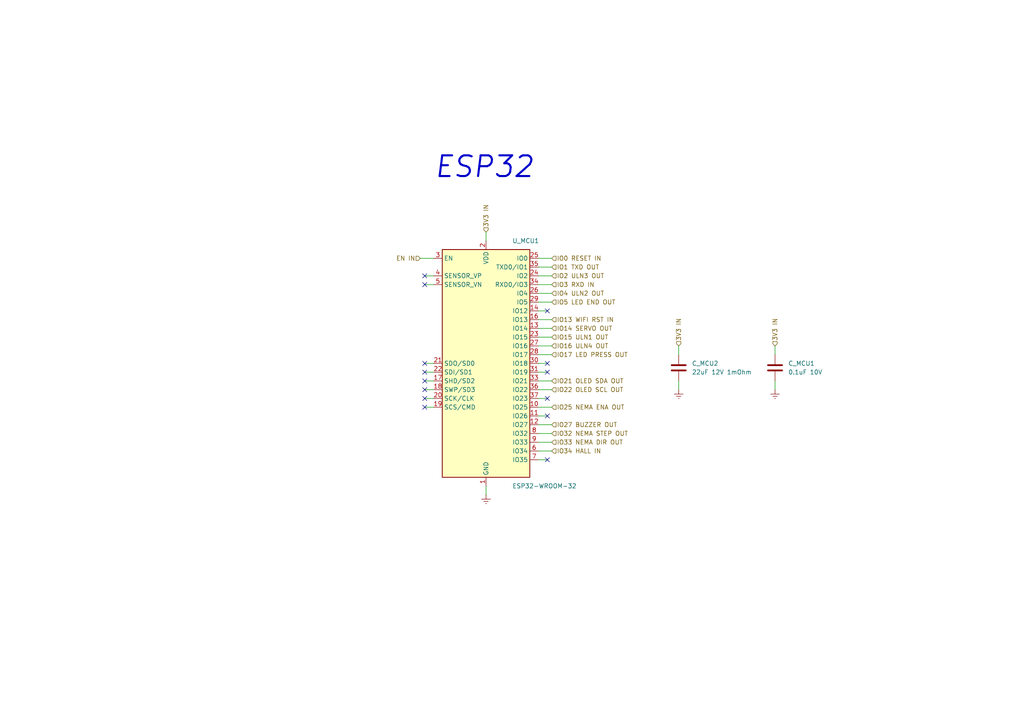
<source format=kicad_sch>
(kicad_sch (version 20211123) (generator eeschema)
  (paper "A4")
  (lib_symbols
    (symbol "Device:C" (pin_numbers hide) (pin_names (offset 0.254))
      (property "Reference" "C" (at 0.635 2.54 0))
      (property "Value" "C" (at 0.635 -2.54 0))
      (symbol "C_0_1"
        (polyline (pts (xy -2.032 -0.762) (xy 2.032 -0.762)) (stroke (width 0.508)))
        (polyline (pts (xy -2.032 0.762) (xy 2.032 0.762)) (stroke (width 0.508)))
      )
      (symbol "C_1_1"
        (pin passive line (at 0 3.81 270) (length 2.794) (name "~") (number "1"))
        (pin passive line (at 0 -3.81 90) (length 2.794) (name "~") (number "2"))
      )
    )
    (symbol "RF_Module:ESP32-WROOM-32"
      (property "Reference" "U" (at -12.7 34.29 0))
      (property "Value" "ESP32-WROOM-32" (at 1.27 34.29 0))
      (symbol "ESP32-WROOM-32_0_1"
        (rectangle (start -12.7 33.02) (end 12.7 -33.02) (stroke (width 0.254)) (fill (type background)))
      )
      (symbol "ESP32-WROOM-32_1_1"
        (pin power_in line (at 0 -35.56 90) (length 2.54) (name "GND") (number "1"))
        (pin bidirectional line (at 15.24 -12.7 180) (length 2.54) (name "IO25") (number "10"))
        (pin bidirectional line (at 15.24 -15.24 180) (length 2.54) (name "IO26") (number "11"))
        (pin bidirectional line (at 15.24 -17.78 180) (length 2.54) (name "IO27") (number "12"))
        (pin bidirectional line (at 15.24 10.16 180) (length 2.54) (name "IO14") (number "13"))
        (pin bidirectional line (at 15.24 15.24 180) (length 2.54) (name "IO12") (number "14"))
        (pin passive line (at 0 -35.56 90) (length 2.54) hide (name "GND") (number "15"))
        (pin bidirectional line (at 15.24 12.7 180) (length 2.54) (name "IO13") (number "16"))
        (pin bidirectional line (at -15.24 -5.08 0) (length 2.54) (name "SHD/SD2") (number "17"))
        (pin bidirectional line (at -15.24 -7.62 0) (length 2.54) (name "SWP/SD3") (number "18"))
        (pin bidirectional line (at -15.24 -12.7 0) (length 2.54) (name "SCS/CMD") (number "19"))
        (pin power_in line (at 0 35.56 270) (length 2.54) (name "VDD") (number "2"))
        (pin bidirectional line (at -15.24 -10.16 0) (length 2.54) (name "SCK/CLK") (number "20"))
        (pin bidirectional line (at -15.24 0 0) (length 2.54) (name "SDO/SD0") (number "21"))
        (pin bidirectional line (at -15.24 -2.54 0) (length 2.54) (name "SDI/SD1") (number "22"))
        (pin bidirectional line (at 15.24 7.62 180) (length 2.54) (name "IO15") (number "23"))
        (pin bidirectional line (at 15.24 25.4 180) (length 2.54) (name "IO2") (number "24"))
        (pin bidirectional line (at 15.24 30.48 180) (length 2.54) (name "IO0") (number "25"))
        (pin bidirectional line (at 15.24 20.32 180) (length 2.54) (name "IO4") (number "26"))
        (pin bidirectional line (at 15.24 5.08 180) (length 2.54) (name "IO16") (number "27"))
        (pin bidirectional line (at 15.24 2.54 180) (length 2.54) (name "IO17") (number "28"))
        (pin bidirectional line (at 15.24 17.78 180) (length 2.54) (name "IO5") (number "29"))
        (pin input line (at -15.24 30.48 0) (length 2.54) (name "EN") (number "3"))
        (pin bidirectional line (at 15.24 0 180) (length 2.54) (name "IO18") (number "30"))
        (pin bidirectional line (at 15.24 -2.54 180) (length 2.54) (name "IO19") (number "31"))
        (pin no_connect line (at -12.7 -27.94 0) (length 2.54) hide (name "NC") (number "32"))
        (pin bidirectional line (at 15.24 -5.08 180) (length 2.54) (name "IO21") (number "33"))
        (pin bidirectional line (at 15.24 22.86 180) (length 2.54) (name "RXD0/IO3") (number "34"))
        (pin bidirectional line (at 15.24 27.94 180) (length 2.54) (name "TXD0/IO1") (number "35"))
        (pin bidirectional line (at 15.24 -7.62 180) (length 2.54) (name "IO22") (number "36"))
        (pin bidirectional line (at 15.24 -10.16 180) (length 2.54) (name "IO23") (number "37"))
        (pin passive line (at 0 -35.56 90) (length 2.54) hide (name "GND") (number "38"))
        (pin passive line (at 0 -35.56 90) (length 2.54) hide (name "GND") (number "39"))
        (pin input line (at -15.24 25.4 0) (length 2.54) (name "SENSOR_VP") (number "4"))
        (pin input line (at -15.24 22.86 0) (length 2.54) (name "SENSOR_VN") (number "5"))
        (pin input line (at 15.24 -25.4 180) (length 2.54) (name "IO34") (number "6"))
        (pin input line (at 15.24 -27.94 180) (length 2.54) (name "IO35") (number "7"))
        (pin bidirectional line (at 15.24 -20.32 180) (length 2.54) (name "IO32") (number "8"))
        (pin bidirectional line (at 15.24 -22.86 180) (length 2.54) (name "IO33") (number "9"))
      )
    )
    (symbol "power:GNDREF" (power) (pin_names (offset 0))
      (property "Value" "GNDREF" (at 0 -3.81 0))
      (symbol "GNDREF_0_1"
        (polyline (pts (xy -0.635 -1.905) (xy 0.635 -1.905)))
        (polyline (pts (xy -0.127 -2.54) (xy 0.127 -2.54)))
        (polyline (pts (xy 0 -1.27) (xy 0 0)))
        (polyline (pts (xy 1.27 -1.27) (xy -1.27 -1.27)))
      )
      (symbol "GNDREF_1_1"
        (pin power_in line (at 0 0 270) (length 0) hide (name "GNDREF") (number "1"))
      )
    )
  )
  (no_connect (at 123.19 115.57))
  (no_connect (at 158.75 90.17))
  (no_connect (at 158.75 133.35))
  (no_connect (at 123.19 110.49))
  (no_connect (at 158.75 120.65))
  (no_connect (at 123.19 82.55))
  (no_connect (at 158.75 107.95))
  (no_connect (at 158.75 105.41))
  (no_connect (at 123.19 118.11))
  (no_connect (at 123.19 113.03))
  (no_connect (at 123.19 80.01))
  (no_connect (at 123.19 107.95))
  (no_connect (at 158.75 115.57))
  (no_connect (at 123.19 105.41))
  (wire (pts (xy 160.02 92.71) (xy 156.21 92.71)))
  (wire (pts (xy 158.75 90.17) (xy 156.21 90.17)))
  (wire (pts (xy 160.02 77.47) (xy 156.21 77.47)))
  (wire (pts (xy 196.85 100.33) (xy 196.85 102.87)))
  (wire (pts (xy 160.02 85.09) (xy 156.21 85.09)))
  (wire (pts (xy 160.02 80.01) (xy 156.21 80.01)))
  (wire (pts (xy 123.19 115.57) (xy 125.73 115.57)))
  (wire (pts (xy 158.75 115.57) (xy 156.21 115.57)))
  (wire (pts (xy 123.19 82.55) (xy 125.73 82.55)))
  (wire (pts (xy 160.02 128.27) (xy 156.21 128.27)))
  (wire (pts (xy 123.19 80.01) (xy 125.73 80.01)))
  (wire (pts (xy 160.02 87.63) (xy 156.21 87.63)))
  (wire (pts (xy 123.19 105.41) (xy 125.73 105.41)))
  (wire (pts (xy 158.75 105.41) (xy 156.21 105.41)))
  (wire (pts (xy 140.97 143.51) (xy 140.97 140.97)))
  (wire (pts (xy 121.92 74.93) (xy 125.73 74.93)))
  (wire (pts (xy 160.02 130.81) (xy 156.21 130.81)))
  (wire (pts (xy 196.85 110.49) (xy 196.85 113.03)))
  (wire (pts (xy 160.02 97.79) (xy 156.21 97.79)))
  (wire (pts (xy 160.02 100.33) (xy 156.21 100.33)))
  (wire (pts (xy 123.19 113.03) (xy 125.73 113.03)))
  (wire (pts (xy 140.97 67.31) (xy 140.97 69.85)))
  (wire (pts (xy 156.21 123.19) (xy 160.02 123.19)))
  (wire (pts (xy 160.02 82.55) (xy 156.21 82.55)))
  (wire (pts (xy 160.02 113.03) (xy 156.21 113.03)))
  (wire (pts (xy 160.02 125.73) (xy 156.21 125.73)))
  (wire (pts (xy 123.19 118.11) (xy 125.73 118.11)))
  (wire (pts (xy 158.75 120.65) (xy 156.21 120.65)))
  (wire (pts (xy 224.79 100.33) (xy 224.79 102.87)))
  (wire (pts (xy 160.02 95.25) (xy 156.21 95.25)))
  (wire (pts (xy 224.79 110.49) (xy 224.79 113.03)))
  (wire (pts (xy 160.02 102.87) (xy 156.21 102.87)))
  (wire (pts (xy 123.19 107.95) (xy 125.73 107.95)))
  (wire (pts (xy 158.75 107.95) (xy 156.21 107.95)))
  (wire (pts (xy 160.02 118.11) (xy 156.21 118.11)))
  (wire (pts (xy 160.02 74.93) (xy 156.21 74.93)))
  (wire (pts (xy 158.75 133.35) (xy 156.21 133.35)))
  (wire (pts (xy 123.19 110.49) (xy 125.73 110.49)))
  (wire (pts (xy 160.02 110.49) (xy 156.21 110.49)))
  (text "ESP32" (at 125.73 52.07 0) (effects (font (size 6 6) (thickness 0.6) bold italic) (justify left bottom)))
  (hierarchical_label "IO21 OLED SDA OUT" (shape input) (at 160.02 110.49 0))
  (hierarchical_label "IO16 ULN4 OUT" (shape input) (at 160.02 100.33 0))
  (hierarchical_label "IO34 HALL IN" (shape input) (at 160.02 130.81 0))
  (hierarchical_label "IO32 NEMA STEP OUT" (shape input) (at 160.02 125.73 0))
  (hierarchical_label "IO13 WIFI RST IN" (shape input) (at 160.02 92.71 0))
  (hierarchical_label "IO5 LED END OUT" (shape input) (at 160.02 87.63 0))
  (hierarchical_label "IO27 BUZZER OUT" (shape input) (at 160.02 123.19 0))
  (hierarchical_label "IO3 RXD IN" (shape input) (at 160.02 82.55 0))
  (hierarchical_label "IO14 SERVO OUT" (shape input) (at 160.02 95.25 0))
  (hierarchical_label "IO25 NEMA ENA OUT" (shape input) (at 160.02 118.11 0))
  (hierarchical_label "IO1 TXD OUT" (shape input) (at 160.02 77.47 0))
  (hierarchical_label "IO17 LED PRESS OUT" (shape input) (at 160.02 102.87 0))
  (hierarchical_label "IO4 ULN2 OUT" (shape input) (at 160.02 85.09 0))
  (hierarchical_label "3V3 IN" (shape input) (at 196.85 100.33 90))
  (hierarchical_label "IO33 NEMA DIR OUT" (shape input) (at 160.02 128.27 0))
  (hierarchical_label "IO15 ULN1 OUT" (shape input) (at 160.02 97.79 0))
  (hierarchical_label "EN IN" (shape input) (at 121.92 74.93 180))
  (hierarchical_label "3V3 IN" (shape input) (at 224.79 100.33 90))
  (hierarchical_label "IO2 ULN3 OUT" (shape input) (at 160.02 80.01 0))
  (hierarchical_label "IO22 OLED SCL OUT" (shape input) (at 160.02 113.03 0))
  (hierarchical_label "IO0 RESET IN" (shape input) (at 160.02 74.93 0))
  (hierarchical_label "3V3 IN" (shape input) (at 140.97 67.31 90))
  (symbol (lib_id "power:GNDREF") (at 140.97 143.51 0) (unit 1)
    (property "Reference" "#PWR0103" (effects hide))
    (property "Value" "GNDREF" (effects hide))
  )
  (symbol (lib_id "power:GNDREF") (at 224.79 113.03 0) (unit 1)
    (property "Reference" "#PWR0112" (effects hide))
    (property "Value" "GNDREF" (effects hide))
  )
  (symbol (lib_id "power:GNDREF") (at 196.85 113.03 0) (unit 1)
    (property "Reference" "#PWR0157" (effects hide))
    (property "Value" "GNDREF" (effects hide))
  )
  (symbol (lib_id "Device:C") (at 196.85 106.68 180) (unit 1)
    (property "Reference" "C_MCU2" (at 200.66 105.41 0) (effects (justify right)))
    (property "Value" "22uF 12V 1mOhm" (at 200.66 107.95 0) (effects (justify right)))
    (property "Footprint" "Capacitor_SMD:C_0603_1608Metric_Pad1.08x0.95mm_HandSolder" (effects hide))
    (property "Datasheet" "https://br.mouser.com/datasheet/2/585/MLCC-1837944.pdf" (effects hide))
    (property "#" "CL10A226MO7JZNC" (effects hide))
    (property "Description" "Decouple" (effects hide))
    (property "Group" "MCU" (effects hide))
    (property "Obs" "wes" (effects hide))
    (property "Mouser" "OK" (effects hide))
  )
  (symbol (lib_id "Device:C") (at 224.79 106.68 0) (unit 1)
    (property "Reference" "C_MCU1" (at 228.6 105.41 0) (effects (justify left)))
    (property "Value" "0.1uF 10V" (at 228.6 107.95 0) (effects (justify left)))
    (property "Footprint" "Capacitor_SMD:C_0603_1608Metric_Pad1.08x0.95mm_HandSolder" (effects hide))
    (property "Datasheet" "https://product.tdk.com/system/files/dam/doc/product/capacitor/ceramic/mlcc/catalog/mlcc_automotive_general_en.pdf?ref_disty=mouser" (effects hide))
    (property "#" "CGA3E2X7R1H104K080AA" (effects hide))
    (property "Description" "Decouple" (effects hide))
    (property "Group" "MCU" (effects hide))
    (property "Mouser" "OK" (effects hide))
  )
  (symbol (lib_id "RF_Module:ESP32-WROOM-32") (at 140.97 105.41 0) (unit 1)
    (property "Reference" "U_MCU1" (at 148.59 69.85 0) (effects (justify left)))
    (property "Value" "ESP32-WROOM-32" (at 148.59 140.97 0) (effects (justify left)))
    (property "Footprint" "RF_Module:ESP32-WROOM-32" (effects hide))
    (property "Datasheet" "https://br.mouser.com/datasheet/2/891/esp32_wroom_32d_esp32_wroom_32u_datasheet_en-1365844.pdf" (effects hide))
    (property "#" "ESP32-WROOM-32D-N4" (effects hide))
    (property "Description" "ESP32" (effects hide))
    (property "Group" "MCU" (effects hide))
    (property "Mouser" "OK" (effects hide))
  )
)
</source>
